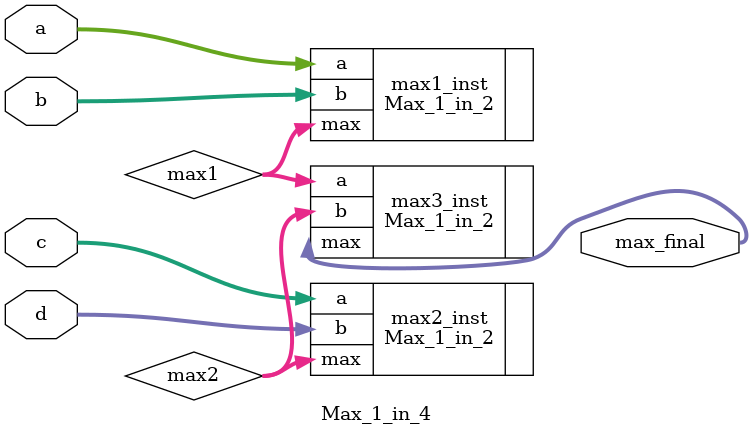
<source format=v>
`timescale 1ns / 1ps

module Max_1_in_4(
    a,
    b,
    c,
    d,
    max_final
    );
    
    input wire [31:0] a, b, c, d;
    output [31:0] max_final;
    wire [31:0] max1, max2;
    
Max_1_in_2 max1_inst(
    .a(a),
    .b(b),
    .max(max1)
    );

Max_1_in_2 max2_inst(
    .a(c),
    .b(d),
    .max(max2)
    );
    
Max_1_in_2 max3_inst(
    .a(max1),
    .b(max2),
    .max(max_final)
    );
endmodule

</source>
